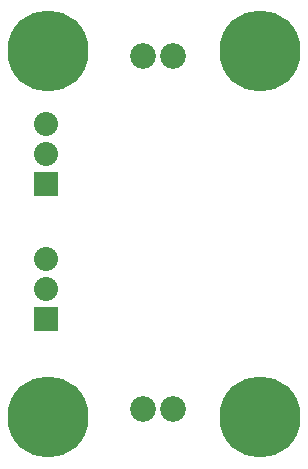
<source format=gbs>
G04 (created by PCBNEW (2013-07-07 BZR 4022)-stable) date 1/5/2015 8:58:25 PM*
%MOIN*%
G04 Gerber Fmt 3.4, Leading zero omitted, Abs format*
%FSLAX34Y34*%
G01*
G70*
G90*
G04 APERTURE LIST*
%ADD10C,0.00590551*%
%ADD11C,0.27*%
%ADD12C,0.086*%
%ADD13R,0.08X0.08*%
%ADD14C,0.08*%
G04 APERTURE END LIST*
G54D10*
G54D11*
X8661Y-13779D03*
X1574Y-1574D03*
G54D12*
X4750Y-13500D03*
X5750Y-13500D03*
X5750Y-1750D03*
X4750Y-1750D03*
G54D13*
X1500Y-10500D03*
G54D14*
X1500Y-9500D03*
X1500Y-8500D03*
G54D13*
X1500Y-6000D03*
G54D14*
X1500Y-5000D03*
X1500Y-4000D03*
G54D11*
X1574Y-13779D03*
X8661Y-1574D03*
M02*

</source>
